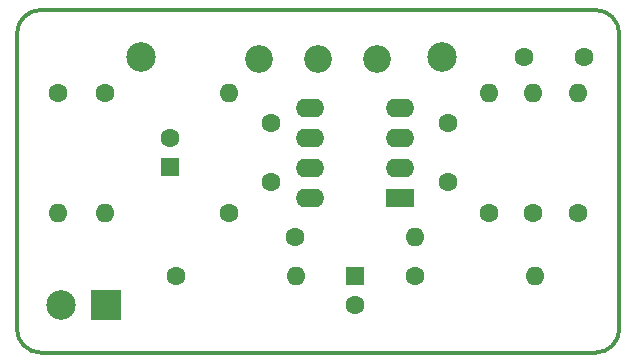
<source format=gbr>
G04 #@! TF.GenerationSoftware,KiCad,Pcbnew,(5.1.5-0-10_14)*
G04 #@! TF.CreationDate,2020-08-10T00:11:30+03:00*
G04 #@! TF.ProjectId,booster-op-amp,626f6f73-7465-4722-9d6f-702d616d702e,1*
G04 #@! TF.SameCoordinates,Original*
G04 #@! TF.FileFunction,Copper,L1,Top*
G04 #@! TF.FilePolarity,Positive*
%FSLAX46Y46*%
G04 Gerber Fmt 4.6, Leading zero omitted, Abs format (unit mm)*
G04 Created by KiCad (PCBNEW (5.1.5-0-10_14)) date 2020-08-10 00:11:30*
%MOMM*%
%LPD*%
G04 APERTURE LIST*
%ADD10C,0.300000*%
%ADD11C,2.499360*%
%ADD12R,2.499360X2.499360*%
%ADD13O,2.400000X1.600000*%
%ADD14R,2.400000X1.600000*%
%ADD15C,2.340000*%
%ADD16O,1.600000X1.600000*%
%ADD17C,1.600000*%
%ADD18R,1.600000X1.600000*%
G04 APERTURE END LIST*
D10*
X166388000Y-83768000D02*
G75*
G02X168388000Y-85768000I0J-2000000D01*
G01*
X168388000Y-110768000D02*
G75*
G02X166388000Y-112768000I-2000000J0D01*
G01*
X119388000Y-112768000D02*
G75*
G02X117388000Y-110768000I0J2000000D01*
G01*
X117388000Y-85768000D02*
G75*
G02X119388000Y-83768000I2000000J0D01*
G01*
X119388000Y-112768000D02*
X166388000Y-112768000D01*
X117388000Y-85768000D02*
X117388000Y-110768000D01*
X166388000Y-83768000D02*
X119388000Y-83768000D01*
X168362000Y-110768000D02*
X168362000Y-85768000D01*
D11*
X127862000Y-87768000D03*
X153362000Y-87768000D03*
X121112000Y-108768000D03*
D12*
X124922000Y-108768000D03*
D13*
X142242000Y-99658000D03*
X149862000Y-92038000D03*
X142242000Y-97118000D03*
X149862000Y-94578000D03*
X142242000Y-94578000D03*
X149862000Y-97118000D03*
X142242000Y-92038000D03*
D14*
X149862000Y-99658000D03*
D15*
X147862000Y-87884000D03*
X142862000Y-87884000D03*
X137862000Y-87884000D03*
D16*
X120862000Y-100938000D03*
D17*
X120862000Y-90778000D03*
D16*
X124862000Y-100938000D03*
D17*
X124862000Y-90778000D03*
D16*
X135362000Y-90778000D03*
D17*
X135362000Y-100938000D03*
D16*
X151117000Y-103018000D03*
D17*
X140957000Y-103018000D03*
D16*
X157362000Y-90778000D03*
D17*
X157362000Y-100938000D03*
D16*
X164862000Y-90778000D03*
D17*
X164862000Y-100938000D03*
D16*
X161112000Y-90778000D03*
D17*
X161112000Y-100938000D03*
D16*
X161272000Y-106268000D03*
D17*
X151112000Y-106268000D03*
D16*
X141022000Y-106268000D03*
D17*
X130862000Y-106268000D03*
X130362000Y-94563112D03*
D18*
X130362000Y-97063112D03*
D17*
X138862000Y-93358000D03*
X138862000Y-98358000D03*
X153862000Y-93358000D03*
X153862000Y-98358000D03*
X160362000Y-87768000D03*
X165362000Y-87768000D03*
X146037000Y-108768000D03*
D18*
X146037000Y-106268000D03*
M02*

</source>
